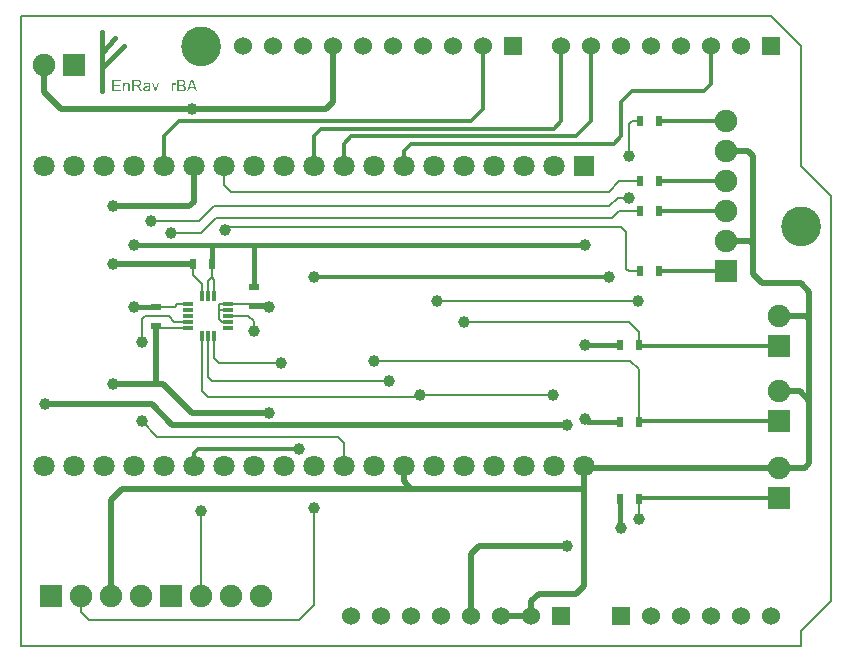
<source format=gtl>
G04*
G04 #@! TF.GenerationSoftware,Altium Limited,Altium Designer,19.0.15 (446)*
G04*
G04 Layer_Physical_Order=1*
G04 Layer_Color=255*
%FSLAX44Y44*%
%MOMM*%
G71*
G01*
G75*
%ADD10C,0.1270*%
%ADD11R,0.6000X0.9000*%
%ADD12R,0.9000X0.6000*%
%ADD13R,0.3000X0.9500*%
%ADD14R,0.9500X0.3000*%
%ADD15C,0.4000*%
%ADD30C,0.3000*%
%ADD31C,0.2000*%
%ADD32C,0.5000*%
%ADD33C,1.9050*%
%ADD34R,1.9050X1.9050*%
%ADD35R,1.9050X1.9050*%
%ADD36C,1.8000*%
%ADD37R,1.8000X1.8000*%
%ADD38C,3.2000*%
%ADD39C,1.5240*%
%ADD40R,1.5240X1.5240*%
%ADD41C,1.0000*%
G36*
X130205Y477217D02*
X130258D01*
X130321Y477206D01*
X130480Y477175D01*
X130670Y477132D01*
X130871Y477058D01*
X131103Y476963D01*
X131336Y476837D01*
X130913Y475727D01*
X130892Y475738D01*
X130839Y475769D01*
X130754Y475812D01*
X130638Y475864D01*
X130511Y475907D01*
X130364Y475949D01*
X130205Y475981D01*
X130036Y475991D01*
X129972D01*
X129899Y475981D01*
X129803Y475959D01*
X129687Y475928D01*
X129571Y475886D01*
X129455Y475833D01*
X129328Y475748D01*
X129317Y475738D01*
X129275Y475706D01*
X129222Y475653D01*
X129159Y475579D01*
X129085Y475484D01*
X129011Y475378D01*
X128948Y475241D01*
X128884Y475093D01*
Y475082D01*
X128874Y475061D01*
X128863Y475030D01*
X128853Y474987D01*
X128842Y474924D01*
X128821Y474850D01*
X128789Y474681D01*
X128757Y474470D01*
X128726Y474237D01*
X128705Y473973D01*
X128694Y473698D01*
Y470000D01*
X127500D01*
Y477069D01*
X128578D01*
Y476002D01*
X128599Y476023D01*
X128620Y476065D01*
X128652Y476107D01*
X128726Y476245D01*
X128831Y476393D01*
X128948Y476562D01*
X129074Y476731D01*
X129201Y476868D01*
X129275Y476932D01*
X129339Y476984D01*
X129360Y476995D01*
X129402Y477027D01*
X129476Y477058D01*
X129560Y477111D01*
X129677Y477154D01*
X129803Y477185D01*
X129951Y477217D01*
X130099Y477227D01*
X130163D01*
X130205Y477217D01*
D02*
G37*
G36*
X149341Y470000D02*
X147872D01*
X146741Y472948D01*
X142642D01*
X141585Y470000D01*
X140222D01*
X143952Y479753D01*
X145347D01*
X149341Y470000D01*
D02*
G37*
G36*
X136069Y479742D02*
X136186D01*
X136302Y479732D01*
X136439Y479711D01*
X136714Y479679D01*
X137020Y479626D01*
X137306Y479552D01*
X137580Y479446D01*
X137591D01*
X137612Y479436D01*
X137644Y479415D01*
X137697Y479394D01*
X137813Y479320D01*
X137971Y479225D01*
X138140Y479098D01*
X138309Y478939D01*
X138478Y478749D01*
X138637Y478538D01*
Y478527D01*
X138658Y478506D01*
X138669Y478474D01*
X138700Y478432D01*
X138732Y478379D01*
X138764Y478305D01*
X138838Y478147D01*
X138901Y477957D01*
X138965Y477735D01*
X139007Y477502D01*
X139028Y477249D01*
Y477238D01*
Y477217D01*
Y477185D01*
Y477143D01*
X139007Y477027D01*
X138986Y476868D01*
X138943Y476688D01*
X138880Y476488D01*
X138795Y476287D01*
X138679Y476076D01*
Y476065D01*
X138669Y476054D01*
X138648Y476023D01*
X138616Y475981D01*
X138542Y475886D01*
X138426Y475759D01*
X138288Y475621D01*
X138109Y475473D01*
X137908Y475326D01*
X137665Y475188D01*
X137675D01*
X137707Y475177D01*
X137749Y475156D01*
X137813Y475135D01*
X137887Y475104D01*
X137971Y475072D01*
X138161Y474977D01*
X138383Y474860D01*
X138605Y474702D01*
X138827Y474522D01*
X139017Y474300D01*
X139028Y474290D01*
X139038Y474269D01*
X139060Y474237D01*
X139091Y474195D01*
X139134Y474132D01*
X139176Y474058D01*
X139218Y473973D01*
X139260Y473878D01*
X139345Y473666D01*
X139430Y473413D01*
X139482Y473128D01*
X139503Y472980D01*
Y472821D01*
Y472811D01*
Y472789D01*
Y472758D01*
Y472705D01*
X139493Y472642D01*
Y472578D01*
X139472Y472409D01*
X139430Y472208D01*
X139377Y471997D01*
X139303Y471765D01*
X139208Y471543D01*
Y471532D01*
X139197Y471522D01*
X139176Y471490D01*
X139155Y471448D01*
X139091Y471342D01*
X139007Y471215D01*
X138912Y471067D01*
X138785Y470919D01*
X138648Y470771D01*
X138489Y470634D01*
X138468Y470623D01*
X138415Y470581D01*
X138320Y470528D01*
X138193Y470454D01*
X138045Y470380D01*
X137866Y470296D01*
X137654Y470222D01*
X137422Y470159D01*
X137411D01*
X137390Y470148D01*
X137359D01*
X137306Y470137D01*
X137242Y470127D01*
X137168Y470106D01*
X137084Y470095D01*
X136989Y470084D01*
X136883Y470063D01*
X136756Y470053D01*
X136492Y470021D01*
X136186Y470011D01*
X135848Y470000D01*
X132139D01*
Y479753D01*
X135974D01*
X136069Y479742D01*
D02*
G37*
G36*
X89794Y477375D02*
X89858D01*
X90016Y477354D01*
X90196Y477333D01*
X90397Y477291D01*
X90597Y477227D01*
X90798Y477154D01*
X90809D01*
X90819Y477143D01*
X90883Y477111D01*
X90978Y477058D01*
X91105Y476995D01*
X91231Y476900D01*
X91369Y476805D01*
X91496Y476688D01*
X91601Y476551D01*
X91612Y476530D01*
X91643Y476488D01*
X91686Y476403D01*
X91749Y476298D01*
X91813Y476171D01*
X91865Y476023D01*
X91929Y475854D01*
X91971Y475664D01*
Y475653D01*
X91982Y475600D01*
X91992Y475516D01*
X92013Y475399D01*
X92024Y475241D01*
Y475146D01*
X92035Y475040D01*
Y474924D01*
X92045Y474787D01*
Y474649D01*
Y474501D01*
Y470159D01*
X90851D01*
Y474459D01*
Y474470D01*
Y474491D01*
Y474533D01*
Y474575D01*
Y474639D01*
X90841Y474713D01*
X90830Y474871D01*
X90819Y475051D01*
X90788Y475230D01*
X90756Y475399D01*
X90703Y475547D01*
X90693Y475569D01*
X90671Y475611D01*
X90640Y475674D01*
X90587Y475759D01*
X90524Y475854D01*
X90439Y475949D01*
X90333Y476044D01*
X90206Y476129D01*
X90196Y476139D01*
X90143Y476160D01*
X90069Y476203D01*
X89974Y476245D01*
X89847Y476276D01*
X89710Y476319D01*
X89551Y476340D01*
X89372Y476350D01*
X89298D01*
X89245Y476340D01*
X89182D01*
X89097Y476329D01*
X88917Y476287D01*
X88717Y476234D01*
X88495Y476150D01*
X88273Y476023D01*
X88157Y475949D01*
X88051Y475864D01*
X88040Y475854D01*
X88030Y475843D01*
X87998Y475812D01*
X87966Y475769D01*
X87924Y475706D01*
X87882Y475643D01*
X87829Y475558D01*
X87776Y475452D01*
X87723Y475336D01*
X87671Y475199D01*
X87628Y475051D01*
X87586Y474882D01*
X87554Y474692D01*
X87523Y474491D01*
X87512Y474258D01*
X87501Y474015D01*
Y470159D01*
X86307D01*
Y477227D01*
X87385D01*
Y476213D01*
X87396Y476224D01*
X87417Y476266D01*
X87470Y476319D01*
X87533Y476393D01*
X87607Y476488D01*
X87702Y476583D01*
X87818Y476688D01*
X87956Y476805D01*
X88104Y476910D01*
X88273Y477016D01*
X88453Y477111D01*
X88653Y477206D01*
X88875Y477280D01*
X89108Y477333D01*
X89361Y477375D01*
X89625Y477386D01*
X89731D01*
X89794Y477375D01*
D02*
G37*
G36*
X114372Y470159D02*
X113231D01*
X110557Y477227D01*
X111825D01*
X113347Y472990D01*
Y472980D01*
X113357Y472959D01*
X113368Y472927D01*
X113389Y472874D01*
X113410Y472811D01*
X113431Y472737D01*
X113495Y472557D01*
X113569Y472346D01*
X113643Y472103D01*
X113717Y471839D01*
X113801Y471564D01*
Y471574D01*
X113812Y471585D01*
X113822Y471617D01*
X113833Y471659D01*
X113843Y471722D01*
X113865Y471786D01*
X113918Y471944D01*
X113981Y472134D01*
X114055Y472367D01*
X114139Y472621D01*
X114245Y472906D01*
X115820Y477227D01*
X117056D01*
X114372Y470159D01*
D02*
G37*
G36*
X106933Y477375D02*
X107028D01*
X107229Y477354D01*
X107461Y477333D01*
X107704Y477291D01*
X107948Y477238D01*
X108169Y477164D01*
X108180D01*
X108190Y477154D01*
X108222Y477143D01*
X108265Y477122D01*
X108360Y477080D01*
X108486Y477016D01*
X108624Y476942D01*
X108761Y476847D01*
X108888Y476741D01*
X109004Y476625D01*
X109015Y476615D01*
X109046Y476572D01*
X109099Y476498D01*
X109152Y476403D01*
X109215Y476287D01*
X109279Y476150D01*
X109342Y475991D01*
X109384Y475812D01*
Y475801D01*
X109395Y475748D01*
X109406Y475674D01*
X109416Y475558D01*
X109427Y475410D01*
X109437Y475220D01*
Y475104D01*
X109448Y474987D01*
Y474860D01*
Y474713D01*
Y473117D01*
Y473096D01*
Y473043D01*
Y472959D01*
Y472853D01*
Y472716D01*
Y472568D01*
X109459Y472399D01*
Y472229D01*
X109469Y471870D01*
Y471691D01*
X109480Y471522D01*
X109490Y471363D01*
X109501Y471226D01*
X109511Y471099D01*
X109522Y471004D01*
Y470983D01*
X109532Y470930D01*
X109554Y470845D01*
X109585Y470729D01*
X109628Y470602D01*
X109680Y470465D01*
X109744Y470306D01*
X109818Y470159D01*
X108571D01*
X108560Y470180D01*
X108539Y470222D01*
X108507Y470306D01*
X108476Y470412D01*
X108434Y470539D01*
X108391Y470687D01*
X108360Y470856D01*
X108338Y471046D01*
X108328Y471035D01*
X108307Y471025D01*
X108275Y470993D01*
X108222Y470951D01*
X108159Y470909D01*
X108095Y470845D01*
X107926Y470729D01*
X107726Y470592D01*
X107514Y470454D01*
X107282Y470338D01*
X107049Y470233D01*
X107039D01*
X107018Y470222D01*
X106986Y470211D01*
X106944Y470201D01*
X106891Y470180D01*
X106817Y470159D01*
X106658Y470116D01*
X106458Y470074D01*
X106236Y470032D01*
X105993Y470011D01*
X105729Y470000D01*
X105612D01*
X105538Y470011D01*
X105443Y470021D01*
X105327Y470032D01*
X105200Y470042D01*
X105073Y470074D01*
X104778Y470137D01*
X104482Y470233D01*
X104344Y470296D01*
X104196Y470380D01*
X104070Y470465D01*
X103943Y470560D01*
X103932Y470571D01*
X103911Y470592D01*
X103890Y470623D01*
X103848Y470666D01*
X103795Y470718D01*
X103742Y470793D01*
X103689Y470866D01*
X103636Y470961D01*
X103520Y471162D01*
X103414Y471416D01*
X103372Y471553D01*
X103351Y471701D01*
X103330Y471860D01*
X103319Y472018D01*
Y472029D01*
Y472039D01*
Y472103D01*
X103330Y472208D01*
X103351Y472335D01*
X103372Y472483D01*
X103414Y472642D01*
X103478Y472800D01*
X103552Y472969D01*
X103562Y472990D01*
X103594Y473043D01*
X103647Y473117D01*
X103721Y473223D01*
X103806Y473328D01*
X103911Y473445D01*
X104027Y473550D01*
X104165Y473656D01*
X104186Y473666D01*
X104239Y473698D01*
X104313Y473751D01*
X104418Y473804D01*
X104545Y473867D01*
X104693Y473931D01*
X104862Y473994D01*
X105031Y474047D01*
X105052D01*
X105095Y474068D01*
X105179Y474079D01*
X105295Y474110D01*
X105443Y474132D01*
X105633Y474163D01*
X105845Y474195D01*
X106098Y474227D01*
X106119D01*
X106162Y474237D01*
X106236Y474248D01*
X106331Y474258D01*
X106458Y474279D01*
X106595Y474300D01*
X106743Y474322D01*
X106912Y474343D01*
X107261Y474406D01*
X107609Y474480D01*
X107778Y474522D01*
X107948Y474565D01*
X108095Y474607D01*
X108233Y474649D01*
Y474660D01*
Y474692D01*
Y474734D01*
X108243Y474776D01*
Y474882D01*
Y474924D01*
Y474956D01*
Y474966D01*
Y474987D01*
Y475030D01*
Y475072D01*
X108222Y475199D01*
X108201Y475357D01*
X108159Y475526D01*
X108095Y475695D01*
X108011Y475854D01*
X107895Y475981D01*
X107873Y476002D01*
X107852Y476023D01*
X107810Y476044D01*
X107757Y476076D01*
X107704Y476107D01*
X107556Y476192D01*
X107366Y476266D01*
X107134Y476329D01*
X106859Y476371D01*
X106542Y476393D01*
X106405D01*
X106331Y476382D01*
X106257D01*
X106067Y476361D01*
X105866Y476319D01*
X105665Y476266D01*
X105464Y476192D01*
X105295Y476097D01*
X105274Y476086D01*
X105232Y476044D01*
X105158Y475959D01*
X105073Y475854D01*
X104978Y475716D01*
X104873Y475526D01*
X104788Y475315D01*
X104746Y475188D01*
X104704Y475051D01*
X103531Y475209D01*
Y475220D01*
X103541Y475241D01*
X103552Y475283D01*
X103562Y475336D01*
X103584Y475399D01*
X103605Y475473D01*
X103658Y475643D01*
X103731Y475833D01*
X103816Y476033D01*
X103922Y476234D01*
X104049Y476414D01*
Y476424D01*
X104070Y476435D01*
X104122Y476488D01*
X104207Y476572D01*
X104323Y476678D01*
X104471Y476794D01*
X104651Y476910D01*
X104862Y477027D01*
X105105Y477132D01*
X105116D01*
X105137Y477143D01*
X105179Y477154D01*
X105232Y477175D01*
X105295Y477196D01*
X105369Y477217D01*
X105464Y477238D01*
X105570Y477259D01*
X105676Y477280D01*
X105802Y477301D01*
X106077Y477344D01*
X106384Y477375D01*
X106711Y477386D01*
X106859D01*
X106933Y477375D01*
D02*
G37*
G36*
X98702Y479901D02*
X98818D01*
X98955Y479890D01*
X99114Y479880D01*
X99431Y479848D01*
X99759Y479795D01*
X100076Y479732D01*
X100213Y479689D01*
X100350Y479647D01*
X100361D01*
X100382Y479637D01*
X100414Y479615D01*
X100466Y479594D01*
X100593Y479531D01*
X100741Y479436D01*
X100921Y479309D01*
X101101Y479140D01*
X101280Y478950D01*
X101439Y478717D01*
Y478707D01*
X101460Y478686D01*
X101481Y478654D01*
X101502Y478601D01*
X101534Y478538D01*
X101565Y478464D01*
X101608Y478379D01*
X101650Y478284D01*
X101724Y478062D01*
X101787Y477819D01*
X101830Y477544D01*
X101851Y477249D01*
Y477238D01*
Y477206D01*
Y477143D01*
X101840Y477080D01*
X101830Y476984D01*
X101819Y476879D01*
X101798Y476763D01*
X101766Y476636D01*
X101682Y476361D01*
X101629Y476213D01*
X101565Y476065D01*
X101491Y475917D01*
X101396Y475769D01*
X101291Y475632D01*
X101174Y475494D01*
X101164Y475484D01*
X101143Y475463D01*
X101101Y475431D01*
X101048Y475378D01*
X100974Y475326D01*
X100889Y475262D01*
X100784Y475188D01*
X100657Y475114D01*
X100519Y475040D01*
X100371Y474966D01*
X100202Y474892D01*
X100012Y474818D01*
X99811Y474755D01*
X99590Y474692D01*
X99346Y474639D01*
X99093Y474596D01*
X99103D01*
X99114Y474586D01*
X99177Y474554D01*
X99272Y474501D01*
X99389Y474438D01*
X99515Y474364D01*
X99642Y474290D01*
X99769Y474195D01*
X99875Y474110D01*
X99885Y474100D01*
X99896Y474089D01*
X99928Y474058D01*
X99970Y474015D01*
X100023Y473962D01*
X100086Y473899D01*
X100223Y473751D01*
X100382Y473561D01*
X100562Y473339D01*
X100752Y473085D01*
X100942Y472811D01*
X102633Y470159D01*
X101016D01*
X99727Y472187D01*
X99716Y472198D01*
X99706Y472229D01*
X99674Y472272D01*
X99632Y472335D01*
X99590Y472409D01*
X99526Y472494D01*
X99399Y472684D01*
X99251Y472906D01*
X99103Y473128D01*
X98945Y473339D01*
X98797Y473529D01*
Y473540D01*
X98776Y473550D01*
X98734Y473603D01*
X98670Y473688D01*
X98575Y473783D01*
X98480Y473888D01*
X98364Y473994D01*
X98247Y474100D01*
X98142Y474174D01*
X98131Y474184D01*
X98089Y474205D01*
X98036Y474237D01*
X97962Y474279D01*
X97867Y474322D01*
X97772Y474364D01*
X97666Y474406D01*
X97550Y474438D01*
X97540D01*
X97508Y474449D01*
X97455Y474459D01*
X97381Y474470D01*
X97275D01*
X97149Y474480D01*
X97001Y474491D01*
X95342D01*
Y470159D01*
X94053D01*
Y479911D01*
X98586D01*
X98702Y479901D01*
D02*
G37*
G36*
X84458Y478759D02*
X78689D01*
Y475780D01*
X84089D01*
Y474628D01*
X78689D01*
Y471310D01*
X84680D01*
Y470159D01*
X77400D01*
Y479911D01*
X84458D01*
Y478759D01*
D02*
G37*
%LPC*%
G36*
X144618Y478738D02*
Y478728D01*
X144607Y478696D01*
X144596Y478643D01*
X144586Y478580D01*
X144565Y478485D01*
X144544Y478390D01*
X144512Y478274D01*
X144480Y478147D01*
X144448Y478009D01*
X144406Y477861D01*
X144311Y477544D01*
X144206Y477206D01*
X144089Y476858D01*
X143012Y473994D01*
X146340D01*
X145315Y476699D01*
Y476710D01*
X145294Y476752D01*
X145273Y476815D01*
X145241Y476910D01*
X145199Y477006D01*
X145156Y477132D01*
X145104Y477270D01*
X145051Y477418D01*
X144945Y477745D01*
X144829Y478083D01*
X144713Y478421D01*
X144618Y478738D01*
D02*
G37*
G36*
X135562Y478601D02*
X133428D01*
Y475653D01*
X135742D01*
X135826Y475664D01*
X136006D01*
X136207Y475674D01*
X136418Y475695D01*
X136608Y475727D01*
X136693Y475738D01*
X136767Y475759D01*
X136777D01*
X136788Y475769D01*
X136851Y475790D01*
X136936Y475822D01*
X137042Y475875D01*
X137158Y475938D01*
X137284Y476023D01*
X137401Y476129D01*
X137506Y476245D01*
X137517Y476266D01*
X137549Y476308D01*
X137591Y476382D01*
X137633Y476477D01*
X137675Y476604D01*
X137718Y476752D01*
X137749Y476910D01*
X137760Y477101D01*
Y477111D01*
Y477122D01*
Y477185D01*
X137749Y477270D01*
X137728Y477386D01*
X137697Y477523D01*
X137654Y477671D01*
X137601Y477819D01*
X137517Y477957D01*
X137506Y477978D01*
X137475Y478020D01*
X137422Y478083D01*
X137348Y478157D01*
X137253Y478242D01*
X137137Y478326D01*
X137010Y478400D01*
X136851Y478464D01*
X136830Y478474D01*
X136809D01*
X136767Y478485D01*
X136725Y478495D01*
X136661Y478506D01*
X136587Y478517D01*
X136513Y478538D01*
X136418Y478548D01*
X136302Y478559D01*
X136186Y478569D01*
X136048Y478580D01*
X135900Y478591D01*
X135742D01*
X135562Y478601D01*
D02*
G37*
G36*
X135678Y474501D02*
X133428D01*
Y471152D01*
X136069D01*
X136207Y471162D01*
X136344D01*
X136492Y471173D01*
X136629Y471183D01*
X136735Y471194D01*
X136756D01*
X136809Y471205D01*
X136894Y471226D01*
X136999Y471257D01*
X137115Y471289D01*
X137232Y471342D01*
X137359Y471395D01*
X137475Y471458D01*
X137485Y471469D01*
X137528Y471490D01*
X137580Y471532D01*
X137654Y471595D01*
X137728Y471670D01*
X137813Y471765D01*
X137897Y471870D01*
X137971Y471997D01*
X137982Y472018D01*
X138003Y472060D01*
X138035Y472134D01*
X138077Y472240D01*
X138109Y472356D01*
X138140Y472494D01*
X138161Y472652D01*
X138172Y472821D01*
Y472832D01*
Y472842D01*
Y472874D01*
Y472916D01*
X138161Y473011D01*
X138140Y473149D01*
X138098Y473297D01*
X138056Y473455D01*
X137982Y473614D01*
X137887Y473772D01*
X137876Y473793D01*
X137834Y473836D01*
X137771Y473910D01*
X137686Y473994D01*
X137570Y474089D01*
X137432Y474174D01*
X137284Y474258D01*
X137105Y474332D01*
X137094D01*
X137084Y474343D01*
X137052Y474353D01*
X137010Y474364D01*
X136957Y474375D01*
X136904Y474385D01*
X136830Y474406D01*
X136746Y474417D01*
X136640Y474438D01*
X136534Y474449D01*
X136418Y474459D01*
X136291Y474480D01*
X136006Y474491D01*
X135678Y474501D01*
D02*
G37*
G36*
X108243Y473709D02*
X108233D01*
X108212Y473698D01*
X108169Y473688D01*
X108117Y473666D01*
X108053Y473635D01*
X107969Y473614D01*
X107863Y473582D01*
X107757Y473550D01*
X107620Y473519D01*
X107472Y473476D01*
X107313Y473445D01*
X107134Y473402D01*
X106944Y473360D01*
X106743Y473328D01*
X106521Y473286D01*
X106278Y473255D01*
X106246D01*
X106204Y473244D01*
X106162Y473233D01*
X106024Y473212D01*
X105866Y473181D01*
X105697Y473149D01*
X105528Y473106D01*
X105369Y473064D01*
X105232Y473011D01*
X105221Y473001D01*
X105179Y472990D01*
X105126Y472959D01*
X105063Y472916D01*
X104978Y472853D01*
X104904Y472789D01*
X104830Y472716D01*
X104756Y472621D01*
X104746Y472610D01*
X104735Y472578D01*
X104704Y472525D01*
X104683Y472451D01*
X104651Y472367D01*
X104619Y472272D01*
X104608Y472166D01*
X104598Y472050D01*
Y472029D01*
X104608Y471976D01*
X104619Y471881D01*
X104640Y471775D01*
X104683Y471648D01*
X104746Y471511D01*
X104841Y471384D01*
X104957Y471257D01*
X104978Y471247D01*
X105021Y471205D01*
X105105Y471162D01*
X105221Y471099D01*
X105369Y471046D01*
X105560Y470993D01*
X105771Y470951D01*
X106014Y470940D01*
X106130D01*
X106194Y470951D01*
X106267Y470961D01*
X106426Y470983D01*
X106627Y471014D01*
X106827Y471067D01*
X107039Y471141D01*
X107250Y471236D01*
X107261D01*
X107271Y471247D01*
X107335Y471289D01*
X107430Y471363D01*
X107556Y471458D01*
X107683Y471574D01*
X107810Y471722D01*
X107937Y471881D01*
X108043Y472071D01*
X108053Y472092D01*
X108074Y472145D01*
X108106Y472240D01*
X108138Y472367D01*
X108169Y472536D01*
X108201Y472747D01*
X108222Y472990D01*
X108233Y473265D01*
X108243Y473709D01*
D02*
G37*
G36*
X98628Y478834D02*
X95342D01*
Y475611D01*
X98258D01*
X98332Y475621D01*
X98417D01*
X98617Y475632D01*
X98839Y475653D01*
X99072Y475685D01*
X99294Y475727D01*
X99494Y475790D01*
X99505D01*
X99515Y475801D01*
X99579Y475822D01*
X99663Y475864D01*
X99780Y475928D01*
X99896Y476012D01*
X100023Y476107D01*
X100149Y476234D01*
X100255Y476371D01*
X100266Y476393D01*
X100297Y476446D01*
X100340Y476520D01*
X100393Y476636D01*
X100435Y476763D01*
X100477Y476910D01*
X100509Y477080D01*
X100519Y477249D01*
Y477259D01*
Y477280D01*
Y477312D01*
X100509Y477365D01*
Y477418D01*
X100498Y477492D01*
X100456Y477650D01*
X100393Y477830D01*
X100308Y478020D01*
X100181Y478200D01*
X100097Y478295D01*
X100012Y478379D01*
X100002Y478390D01*
X99991Y478400D01*
X99959Y478421D01*
X99917Y478453D01*
X99864Y478485D01*
X99790Y478527D01*
X99716Y478569D01*
X99621Y478612D01*
X99515Y478654D01*
X99399Y478686D01*
X99272Y478728D01*
X99135Y478759D01*
X98977Y478791D01*
X98807Y478812D01*
X98628Y478834D01*
D02*
G37*
%LPD*%
D10*
X676400Y355600D02*
G03*
X676400Y355600I-15999J0D01*
G01*
X168400Y508000D02*
G03*
X168400Y508000I-15999J0D01*
G01*
X660400Y0D02*
Y12700D01*
X685800Y38100D01*
Y381000D01*
X660400Y406400D02*
X685800Y381000D01*
X660400Y406400D02*
Y508000D01*
X635000Y533400D02*
X660400Y508000D01*
X0Y0D02*
Y533400D01*
Y0D02*
X660400D01*
X0Y533400D02*
X635000Y533400D01*
D11*
X523008Y190000D02*
D03*
X506992D02*
D03*
X523008Y125000D02*
D03*
X506992D02*
D03*
X523008Y255000D02*
D03*
X506992D02*
D03*
X539750Y444500D02*
D03*
X523734D02*
D03*
X539750Y393700D02*
D03*
X523734D02*
D03*
X539750Y317500D02*
D03*
X523734D02*
D03*
X539750Y368300D02*
D03*
X523734D02*
D03*
X145492Y323850D02*
D03*
X161508D02*
D03*
D12*
X114300Y271392D02*
D03*
Y287408D02*
D03*
X196850Y288392D02*
D03*
Y304408D02*
D03*
D13*
X153500Y296400D02*
D03*
X158500D02*
D03*
X163500D02*
D03*
Y262900D02*
D03*
X158500D02*
D03*
X153500D02*
D03*
D14*
X175250Y289650D02*
D03*
Y284650D02*
D03*
Y279650D02*
D03*
Y274650D02*
D03*
Y269650D02*
D03*
X141750D02*
D03*
Y274650D02*
D03*
Y279650D02*
D03*
Y284650D02*
D03*
Y289650D02*
D03*
D15*
X68700Y470000D02*
Y520000D01*
Y490000D02*
X87450Y508750D01*
X68700Y502500D02*
X79831Y515149D01*
X95342Y340000D02*
X161508D01*
X95342Y287408D02*
X114300D01*
X161508Y340000D02*
X477520D01*
X196850Y304408D02*
Y339350D01*
X506992Y101008D02*
Y125000D01*
Y101008D02*
X508000Y100000D01*
X480000Y190000D02*
X506992D01*
X477520Y192480D02*
X480000Y190000D01*
X506972Y254980D02*
X506992Y255000D01*
X477520Y254980D02*
X506972D01*
X161508Y323850D02*
Y340000D01*
D30*
X146050Y152400D02*
Y163550D01*
X150000Y167500D01*
X235000D01*
X247650Y312500D02*
X497500D01*
X541408Y317500D02*
X596900D01*
X523008Y255000D02*
X524008Y254000D01*
X641350D01*
X523008Y190000D02*
X523508Y190500D01*
X641350D01*
X523008Y125000D02*
X523738Y125730D01*
X641350D01*
X541408Y368300D02*
X596900D01*
X539750Y393700D02*
X596900D01*
X541408Y444500D02*
X596900D01*
X330200Y425450D02*
X501650D01*
X508000Y431800D01*
Y461010D01*
X516890Y469900D01*
X577850D01*
X584200Y476250D02*
Y508000D01*
X577850Y469900D02*
X584200Y476250D01*
X391160Y454660D02*
Y508000D01*
X381000Y444500D02*
X391160Y454660D01*
X133350Y444500D02*
X381000D01*
X120650Y431800D02*
X133350Y444500D01*
X120650Y406400D02*
Y431800D01*
X247650Y406400D02*
Y431800D01*
X254000Y438150D01*
X450850D01*
X457200Y444500D01*
Y508000D01*
X482600Y444500D02*
Y508000D01*
X469900Y431800D02*
X482600Y444500D01*
X279400Y431800D02*
X469900D01*
X273050Y425450D02*
X279400Y431800D01*
X273050Y406400D02*
Y425450D01*
X323850Y406400D02*
Y419100D01*
X330200Y425450D01*
D31*
X115500Y177500D02*
X268050D01*
X273050Y172500D01*
X102500Y190500D02*
X115500Y177500D01*
X523008Y255000D02*
Y266492D01*
X514500Y275000D02*
X523008Y266492D01*
X374650Y275000D02*
X514500D01*
X352500Y292500D02*
X522500D01*
X523008Y107500D02*
Y125000D01*
Y190000D02*
Y234492D01*
X515950Y241550D02*
X523008Y234492D01*
X299050Y241550D02*
X515950D01*
X172500Y352500D02*
X172500D01*
X172500D02*
X175000Y355000D01*
X508100D01*
X512500Y350600D01*
Y320000D02*
Y350600D01*
Y320000D02*
X515000Y317500D01*
X523734D01*
X506200Y368300D02*
X523734D01*
X500400Y362500D02*
X506200Y368300D01*
X165000Y362500D02*
X500400D01*
X152500Y350000D02*
X165000Y362500D01*
X127000Y350000D02*
X152500D01*
X110000Y360000D02*
X151040D01*
X510000Y380000D02*
X512500Y377500D01*
X151040Y360000D02*
X163540Y372500D01*
X497500D01*
X505000Y380000D01*
X510000D01*
X337500Y212500D02*
X450790D01*
X512500Y377500D02*
X515000Y380000D01*
Y415000D02*
Y442500D01*
X517000Y444500D01*
X523734D01*
X152400Y42500D02*
Y114750D01*
X152650Y115000D01*
X50800Y29200D02*
Y42500D01*
Y29200D02*
X57500Y22500D01*
X235000D01*
X247650Y35150D01*
Y117350D01*
X273050Y152400D02*
Y172500D01*
X102500Y257500D02*
Y276907D01*
X171450Y391050D02*
Y406400D01*
Y391050D02*
X177500Y385000D01*
X497500D01*
X506200Y393700D01*
X523734D01*
X175250Y279650D02*
X192500D01*
X196850Y275300D01*
Y267500D02*
Y275300D01*
X102500Y276907D02*
X104993Y279400D01*
X125000D01*
X129750Y274650D01*
X141750D01*
X161508Y312500D02*
X163500Y310508D01*
Y296400D02*
Y310508D01*
X161508Y312500D02*
Y323850D01*
X158500Y309492D02*
X161508Y312500D01*
X158500Y296400D02*
Y309492D01*
X114300Y287408D02*
X130000D01*
X132242Y289650D01*
X141750D01*
X114300Y271392D02*
X116042Y269650D01*
X141750D01*
X145492Y314508D02*
Y323850D01*
Y314508D02*
X153500Y306500D01*
Y296400D02*
Y306500D01*
X195592Y289650D02*
X196850Y288392D01*
X175250Y289650D02*
X195592D01*
X167500D02*
X175250D01*
X167500Y284650D02*
Y289650D01*
Y284650D02*
X175250D01*
X167500Y276907D02*
Y284650D01*
Y276907D02*
X169757Y274650D01*
X175250D01*
X167500Y240000D02*
X220000D01*
X163500Y244000D02*
X167500Y240000D01*
X158500Y228008D02*
Y262900D01*
X153500Y216500D02*
Y262900D01*
X158500Y228008D02*
X161508Y225000D01*
X153500Y216500D02*
X158540Y211460D01*
X161508Y225000D02*
X311310D01*
X163500Y244000D02*
Y262900D01*
X158540Y211460D02*
X336460D01*
X337500Y212500D01*
X450790D02*
X450850D01*
D32*
X33900Y454660D02*
X145000D01*
X19050Y469510D02*
X33900Y454660D01*
X145000D02*
X257810D01*
X19050Y469510D02*
Y492500D01*
X257810Y454660D02*
X264160Y461010D01*
X196850Y288392D02*
X210000D01*
X381000Y25400D02*
Y78500D01*
X387500Y85000D01*
X462500D01*
X214199Y187500D02*
X462500D01*
X214159Y187460D02*
X214199Y187500D01*
X128190Y187460D02*
X214159D01*
X110650Y205000D02*
X128190Y187460D01*
X20000Y205000D02*
X110650D01*
X114300Y222500D02*
X120000D01*
X145000Y197500D01*
X210000D01*
Y287500D02*
Y288392D01*
X77500Y323850D02*
X145492D01*
X77500Y372500D02*
X142500D01*
X146050Y376050D02*
Y406400D01*
X142500Y372500D02*
X146050Y376050D01*
X77500Y222500D02*
X114300D01*
Y271392D01*
X596900Y419100D02*
X615900D01*
X620000Y415000D01*
Y340000D02*
Y415000D01*
X596900Y342900D02*
X617100D01*
X620000Y340000D01*
Y315000D02*
Y340000D01*
Y315000D02*
X627500Y307500D01*
X660000D01*
X667500Y300000D01*
Y276900D02*
Y300000D01*
Y207500D02*
Y276900D01*
Y155000D02*
Y207500D01*
X659100Y215900D02*
X667500Y207500D01*
X641350Y215900D02*
X659100D01*
X641350Y279400D02*
X665000D01*
X667500Y276900D01*
X663630Y151130D02*
X667500Y155000D01*
X641350Y151130D02*
X663630D01*
X406400Y25400D02*
X431800D01*
X476250Y152400D02*
X477520Y151130D01*
X641350D01*
X85850Y133350D02*
X330200D01*
X76200Y123700D02*
X85850Y133350D01*
X76200Y42500D02*
Y123700D01*
X438150Y44450D02*
X469900D01*
X476250Y50800D02*
Y133350D01*
X469900Y44450D02*
X476250Y50800D01*
Y133350D02*
Y152400D01*
X323850Y139700D02*
Y152400D01*
Y139700D02*
X330200Y133350D01*
X476250D01*
X431800Y38100D02*
X438150Y44450D01*
X431800Y25400D02*
Y38100D01*
X264160Y461010D02*
Y508000D01*
D33*
X19050Y492500D02*
D03*
X152400Y42500D02*
D03*
X177800D02*
D03*
X203200D02*
D03*
X50800D02*
D03*
X76200D02*
D03*
X101600D02*
D03*
X596900Y444500D02*
D03*
Y342900D02*
D03*
Y368300D02*
D03*
Y393700D02*
D03*
Y419100D02*
D03*
X641350Y151130D02*
D03*
Y215900D02*
D03*
Y279400D02*
D03*
D34*
X44450Y492500D02*
D03*
X127000Y42500D02*
D03*
X25400D02*
D03*
D35*
X596900Y317500D02*
D03*
X641350Y125730D02*
D03*
Y190500D02*
D03*
Y254000D02*
D03*
D36*
X19050Y152400D02*
D03*
X44450D02*
D03*
X69850D02*
D03*
X95250D02*
D03*
X120650D02*
D03*
X146050D02*
D03*
X171450D02*
D03*
X196850D02*
D03*
X222250D02*
D03*
X247650D02*
D03*
X273050D02*
D03*
X298450D02*
D03*
X323850D02*
D03*
X349250D02*
D03*
X374650D02*
D03*
X400050D02*
D03*
X425450D02*
D03*
X450850D02*
D03*
X476250D02*
D03*
X19050Y406400D02*
D03*
X44450D02*
D03*
X69850D02*
D03*
X95250D02*
D03*
X120650D02*
D03*
X146050D02*
D03*
X171450D02*
D03*
X196850D02*
D03*
X222250D02*
D03*
X247650D02*
D03*
X273050D02*
D03*
X298450D02*
D03*
X323850D02*
D03*
X349250D02*
D03*
X374650D02*
D03*
X400050D02*
D03*
X425450D02*
D03*
X450850D02*
D03*
D37*
X476250D02*
D03*
D38*
X660400Y355600D02*
D03*
X152400Y508000D02*
D03*
D39*
X406400Y25400D02*
D03*
X431800D02*
D03*
X279400D02*
D03*
X304800D02*
D03*
X330200D02*
D03*
X355600D02*
D03*
X381000D02*
D03*
X584200Y508000D02*
D03*
X609600D02*
D03*
X457200D02*
D03*
X482600D02*
D03*
X508000D02*
D03*
X533400D02*
D03*
X558800D02*
D03*
X187960D02*
D03*
X213360D02*
D03*
X238760D02*
D03*
X264160D02*
D03*
X289560D02*
D03*
X314960D02*
D03*
X340360D02*
D03*
X365760D02*
D03*
X391160D02*
D03*
X635000Y25400D02*
D03*
X609600D02*
D03*
X584200D02*
D03*
X558800D02*
D03*
X533400D02*
D03*
D40*
X457200D02*
D03*
X635000Y508000D02*
D03*
X416560D02*
D03*
X508000Y25400D02*
D03*
D41*
X235000Y167500D02*
D03*
X247650Y312500D02*
D03*
X497500D02*
D03*
X145000Y454660D02*
D03*
X462500Y85000D02*
D03*
Y187500D02*
D03*
X374650Y275000D02*
D03*
X352500Y292500D02*
D03*
X522500D02*
D03*
X523008Y107500D02*
D03*
X299050Y241550D02*
D03*
X20000Y205000D02*
D03*
X210000Y197500D02*
D03*
Y287500D02*
D03*
X172500Y352500D02*
D03*
X127000Y350000D02*
D03*
X110000Y360000D02*
D03*
X77500Y323850D02*
D03*
X95342Y340000D02*
D03*
Y287408D02*
D03*
X515000Y380000D02*
D03*
Y415000D02*
D03*
X77500Y222500D02*
D03*
Y372500D02*
D03*
X152650Y115000D02*
D03*
X247650Y117350D02*
D03*
X102500Y190500D02*
D03*
Y257500D02*
D03*
X508000Y100000D02*
D03*
X477520Y192480D02*
D03*
Y254980D02*
D03*
Y340000D02*
D03*
X196850Y267500D02*
D03*
X220000Y240000D02*
D03*
X311310Y225000D02*
D03*
X450790Y212500D02*
D03*
X337500D02*
D03*
M02*

</source>
